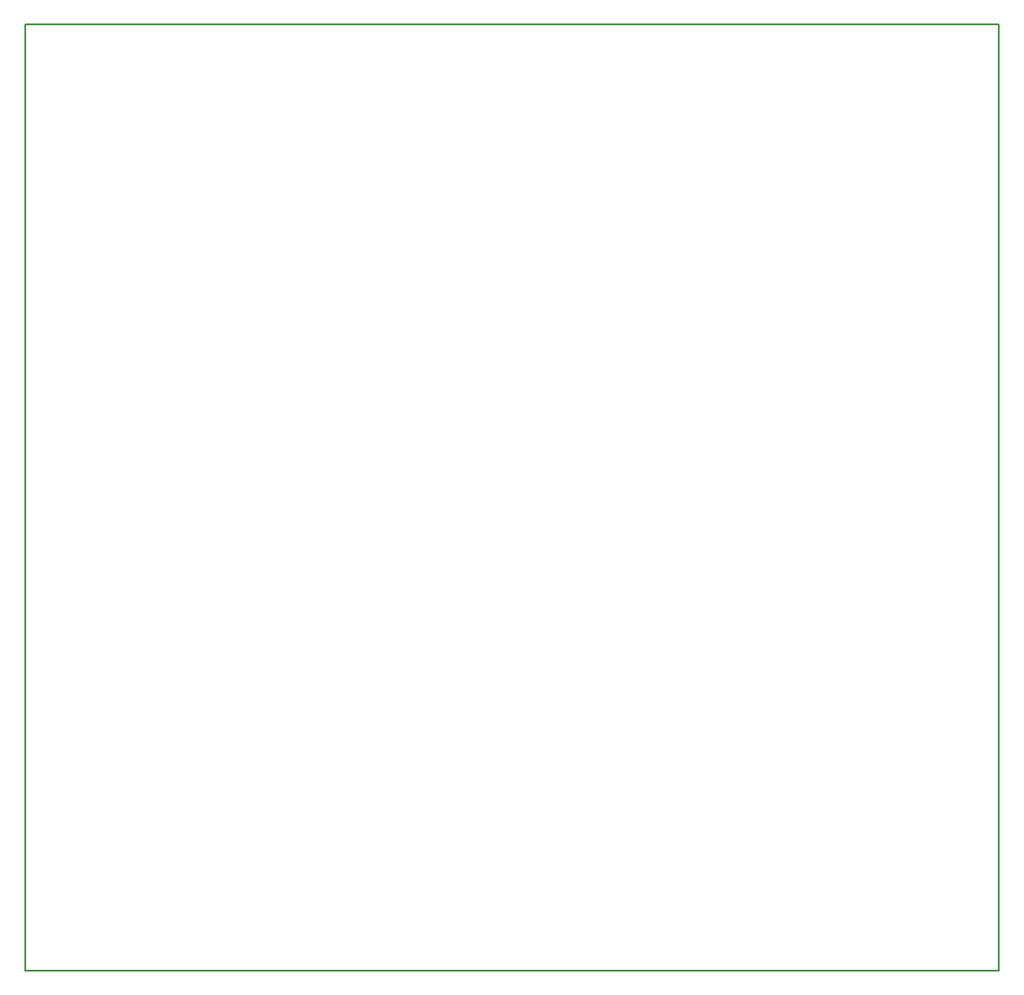
<source format=gbr>
%FSLAX46Y46*%
G04 Gerber Fmt 4.6, Leading zero omitted, Abs format (unit mm)*
G04 Created by KiCad (PCBNEW (2014-jul-16 BZR unknown)-product) date mar. 06 oct. 2015 20:27:54 CEST*
%MOMM*%
G01*
G04 APERTURE LIST*
%ADD10C,0.100000*%
%ADD11C,0.150000*%
G04 APERTURE END LIST*
D10*
D11*
X104775000Y-152400000D02*
X104775000Y-63500000D01*
X196215000Y-152400000D02*
X104775000Y-152400000D01*
X196215000Y-63500000D02*
X196215000Y-152400000D01*
X104775000Y-63500000D02*
X196215000Y-63500000D01*
M02*

</source>
